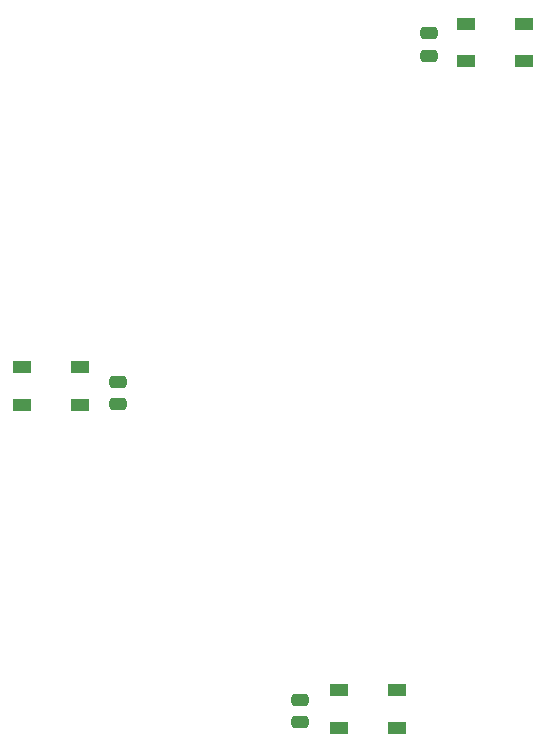
<source format=gbp>
%TF.GenerationSoftware,KiCad,Pcbnew,(6.0.7)*%
%TF.CreationDate,2022-11-21T20:11:54+01:00*%
%TF.ProjectId,Arbolito Tronco 2,4172626f-6c69-4746-9f20-54726f6e636f,rev?*%
%TF.SameCoordinates,Original*%
%TF.FileFunction,Paste,Bot*%
%TF.FilePolarity,Positive*%
%FSLAX46Y46*%
G04 Gerber Fmt 4.6, Leading zero omitted, Abs format (unit mm)*
G04 Created by KiCad (PCBNEW (6.0.7)) date 2022-11-21 20:11:54*
%MOMM*%
%LPD*%
G01*
G04 APERTURE LIST*
G04 Aperture macros list*
%AMRoundRect*
4,1,4,-2.0000000000000004,-2.9999999999999996,-4.0000000000000009,-4.9999999999999991,-6.0000000000000009,-6.9999999999999991,-8.0000000000000018,-8.9999999999999982,-2.0000000000000004,-2.9999999999999996,0*
1,1,$1,$2,$3*
1,1,$1,$2,$3*
1,1,$1,$2,$3*
1,1,$1,$2,$3*
20,1,$1,$2,$3,$4,$5,180*
20,1,$1,$2,$3,$4,$5,180*
20,1,$1,$2,$3,$4,$5,180*
20,1,$1,$2,$3,$4,$5,180*%
G04 Aperture macros list end*
%ADD10R,1.5X1*%
%AMCOMP57*
4,1,3,
0.47499999999999992,-0.25000000000000006,
0.47500000000000003,0.24999999999999994,
-0.47499999999999992,0.25000000000000006,
-0.47500000000000003,-0.24999999999999994,
0*
4,1,19,
0.47499999999999992,-0.50000000000000011,
0.39774575140626306,-0.48776412907378847,
0.32805368692688164,-0.45225424859373692,
0.27274575140626306,-0.39694631307311834,
0.23723587092621157,-0.32725424859373692,
0.22499999999999995,-0.25,
0.23723587092621154,-0.17274575140626319,
0.27274575140626311,-0.10305368692688177,
0.32805368692688164,-0.047745751406263207,
0.39774575140626311,-0.012235870926211666,
0.47499999999999992,-0.000000000000000058168801806562912,
0.552254248593737,-0.012235870926211685,
0.62194631307311821,-0.047745751406263186,
0.67725424859373684,-0.10305368692688177,
0.71276412907378839,-0.17274575140626319,
0.725,-0.25000000000000006,
0.71276412907378839,-0.32725424859373692,
0.67725424859373684,-0.39694631307311828,
0.62194631307311832,-0.45225424859373692,
0.55225424859373673,-0.48776412907378847,
0*
4,1,19,
0.475,-0.000000000000000058168801806562912,
0.39774575140626311,0.012235870926211569,
0.32805368692688169,0.047745751406263096,
0.27274575140626311,0.10305368692688169,
0.23723587092621162,0.17274575140626311,
0.225,0.24999999999999994,
0.2372358709262116,0.32725424859373681,
0.27274575140626317,0.39694631307311817,
0.32805368692688169,0.45225424859373681,
0.39774575140626317,0.48776412907378836,
0.475,0.49999999999999994,
0.55225424859373706,0.48776412907378836,
0.62194631307311821,0.45225424859373681,
0.67725424859373684,0.39694631307311828,
0.71276412907378839,0.32725424859373675,
0.725,0.24999999999999997,
0.71276412907378839,0.17274575140626311,
0.67725424859373684,0.10305368692688169,
0.62194631307311832,0.047745751406263089,
0.55225424859373684,0.01223587092621155,
0*
4,1,19,
-0.475,0.000000000000000058168801806562912,
-0.55225424859373684,0.012235870926211685,
-0.62194631307311821,0.047745751406263214,
-0.67725424859373684,0.1030536869268818,
-0.71276412907378839,0.17274575140626322,
-0.725,0.25000000000000006,
-0.71276412907378839,0.327254248593737,
-0.67725424859373684,0.39694631307311828,
-0.62194631307311832,0.45225424859373692,
-0.55225424859373673,0.48776412907378847,
-0.475,0.50000000000000011,
-0.397745751406263,0.48776412907378847,
-0.32805368692688169,0.45225424859373692,
-0.27274575140626306,0.3969463130731184,
-0.23723587092621157,0.32725424859373692,
-0.22499999999999995,0.25000000000000006,
-0.23723587092621154,0.17274575140626322,
-0.27274575140626311,0.1030536869268818,
-0.32805368692688164,0.047745751406263207,
-0.39774575140626306,0.012235870926211666,
0*
4,1,19,
-0.47500000000000003,-0.49999999999999994,
-0.552254248593737,-0.48776412907378836,
-0.62194631307311821,-0.45225424859373681,
-0.67725424859373684,-0.39694631307311823,
-0.71276412907378839,-0.32725424859373675,
-0.725,-0.24999999999999992,
-0.71276412907378839,-0.17274575140626308,
-0.67725424859373684,-0.10305368692688166,
-0.62194631307311832,-0.047745751406263089,
-0.55225424859373684,-0.01223587092621155,
-0.47500000000000003,0.000000000000000058168801806562925,
-0.39774575140626306,-0.012235870926211569,
-0.32805368692688175,-0.047745751406263068,
-0.27274575140626311,-0.10305368692688166,
-0.23723587092621162,-0.17274575140626308,
-0.225,-0.24999999999999992,
-0.2372358709262116,-0.32725424859373675,
-0.27274575140626317,-0.39694631307311817,
-0.32805368692688169,-0.45225424859373681,
-0.39774575140626311,-0.48776412907378836,
0*
4,1,3,
0.725,-0.25000000000000011,
0.22499999999999995,-0.25,
0.225,0.24999999999999997,
0.725,0.24999999999999989,
0*
4,1,3,
0.47500000000000003,0.49999999999999994,
0.475,-0.000000000000000058168801806562912,
-0.475,0.000000000000000058168801806562912,
-0.47499999999999992,0.50000000000000011,
0*
4,1,3,
-0.725,0.25000000000000011,
-0.22499999999999995,0.25,
-0.225,-0.24999999999999997,
-0.725,-0.24999999999999989,
0*
4,1,3,
-0.47500000000000003,-0.49999999999999994,
-0.475,0.000000000000000058168801806562912,
0.475,-0.000000000000000058168801806562912,
0.47499999999999992,-0.50000000000000011,
0*%
%ADD11COMP57,0.25X-0.475X0.25X-0.475X-0.25X0.475X-0.25X0.475X0.25X0*%
G04 APERTURE END LIST*
D10*
%TO.C,U3*%
X0289000000Y-0015000000D02*
X0131850000Y0064350000D03*
X0131850000Y0067550000D03*
X0136750000Y0067550000D03*
X0136750000Y0064350000D03*
%TD*%
D11*
%TO.C,C13*%
X0166300000Y0093900000D03*
X0166300000Y0095800000D03*
%TD*%
D10*
%TO.C,U6*%
X0158700000Y0036950000D03*
X0158700000Y0040150000D03*
X0163600000Y0040150000D03*
X0163600000Y0036950000D03*
%TD*%
%TO.C,U2*%
X0169450000Y0093400000D03*
X0169450000Y0096600000D03*
X0174350000Y0096600000D03*
X0174350000Y0093400000D03*
%TD*%
D11*
%TO.C,C15*%
X0155400000Y0037450000D03*
X0155400000Y0039350000D03*
%TD*%
%TO.C,C11*%
X0139950000Y0064400000D03*
X0139950000Y0066300000D03*
%TD*%
M02*
</source>
